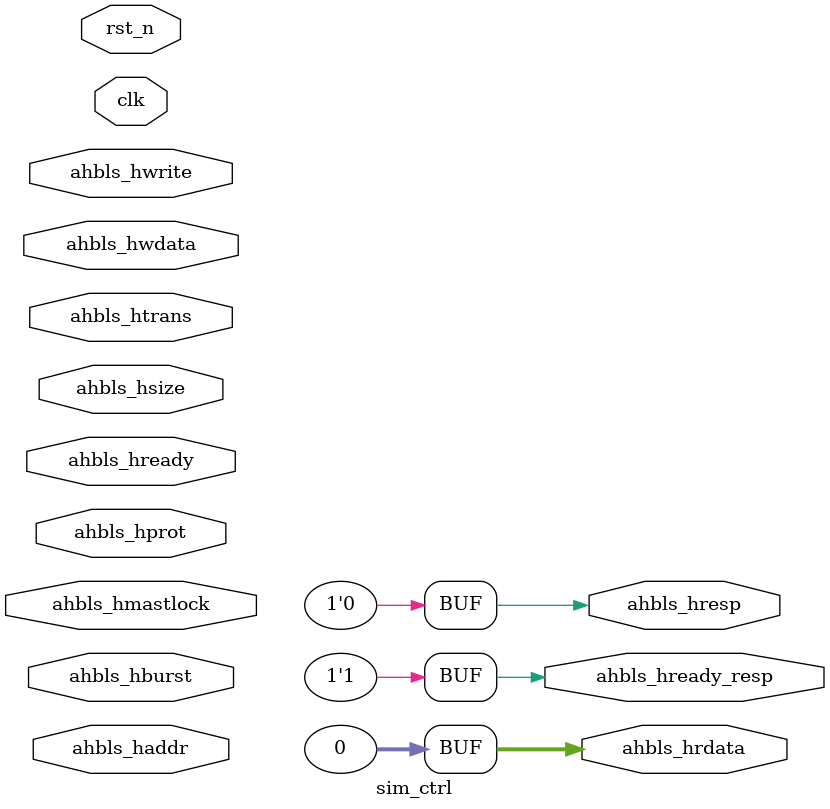
<source format=v>
 /*
 Copyright 2024 Blue Liang, liangkangnan@163.com
                                                                         
 Licensed under the Apache License, Version 2.0 (the "License");         
 you may not use this file except in compliance with the License.        
 You may obtain a copy of the License at                                 
                                                                         
     http://www.apache.org/licenses/LICENSE-2.0                          
                                                                         
 Unless required by applicable law or agreed to in writing, software    
 distributed under the License is distributed on an "AS IS" BASIS,       
 WITHOUT WARRANTIES OR CONDITIONS OF ANY KIND, either express or implied.
 See the License for the specific language governing permissions and     
 limitations under the License.
 */

// AHB slave for simulation control.
module sim_ctrl #(
	parameter W_DATA = 32,
	parameter W_ADDR = 32
) (
	input wire                clk,
	input wire                rst_n,

	output wire               ahbls_hready_resp,
	input  wire               ahbls_hready,
	output wire               ahbls_hresp,
	input  wire [W_ADDR-1:0]  ahbls_haddr,
	input  wire               ahbls_hwrite,
	input  wire [1:0]         ahbls_htrans,
	input  wire [2:0]         ahbls_hsize,
	input  wire [2:0]         ahbls_hburst,
	input  wire [3:0]         ahbls_hprot,
	input  wire               ahbls_hmastlock,
	input  wire [W_DATA-1:0]  ahbls_hwdata,
	output wire [W_DATA-1:0]  ahbls_hrdata
);

    localparam ADDR_PUTCHAR     = 8'h0;
    localparam ADDR_PUTUINT32   = 8'h4;
    localparam ADDR_EXIT        = 8'h8;
	localparam ADDR_SET_SOFTIRQ = 8'h10;
	localparam ADDR_CLR_SOFTIRQ = 8'h14;

    wire ahb_write_aphase_d = ahbls_htrans[1] && ahbls_hready && ahbls_hwrite;
    reg ahb_write_aphase_q;
    reg [W_ADDR-1:0] addr_q;

    always @(posedge clk or negedge rst_n) begin
        if (!rst_n) begin
            ahb_write_aphase_q <= 1'b0;
            addr_q <= {W_ADDR{1'b0}};
        end else begin
            ahb_write_aphase_q <= ahb_write_aphase_d;
            if (ahb_write_aphase_d)
                addr_q <= ahbls_haddr;
            if (ahb_write_aphase_q) begin
                if (addr_q[7:0] == ADDR_PUTCHAR) begin
                    $write("%c", ahbls_hwdata[7:0]);
                end else if (addr_q[7:0] == ADDR_PUTUINT32) begin
                    $write("%d", ahbls_hwdata);
                end else if (addr_q[7:0] == ADDR_EXIT) begin
                    $display("APP req exit, code = %d", ahbls_hwdata);
                    //$finish;
                end
            end
        end
    end

    assign ahbls_hresp = 1'b0;
    assign ahbls_hready_resp = 1'b1;
    assign ahbls_hrdata = {W_DATA{1'b0}};

endmodule

</source>
